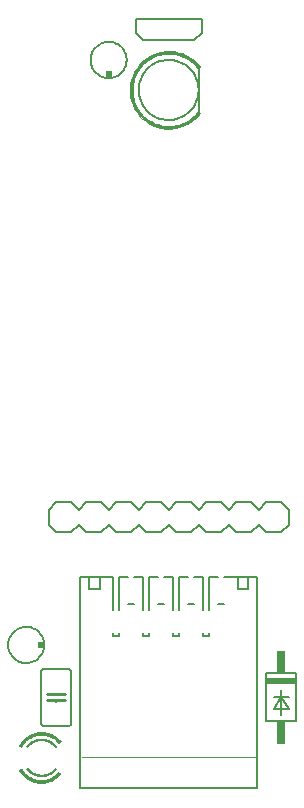
<source format=gto>
G75*
G70*
%OFA0B0*%
%FSLAX24Y24*%
%IPPOS*%
%LPD*%
%AMOC8*
5,1,8,0,0,1.08239X$1,22.5*
%
%ADD10C,0.0060*%
%ADD11C,0.0080*%
%ADD12C,0.0010*%
%ADD13R,0.1000X0.0200*%
%ADD14R,0.0300X0.0750*%
%ADD15C,0.0020*%
%ADD16R,0.0240X0.0230*%
%ADD17R,0.0230X0.0240*%
%ADD18C,0.0100*%
%ADD19C,0.0050*%
D10*
X002927Y006251D02*
X002927Y007951D01*
X002929Y007971D01*
X002935Y007989D01*
X002944Y008007D01*
X002956Y008022D01*
X002971Y008034D01*
X002989Y008043D01*
X003007Y008049D01*
X003027Y008051D01*
X003827Y008051D01*
X003847Y008049D01*
X003865Y008043D01*
X003883Y008034D01*
X003898Y008022D01*
X003910Y008007D01*
X003919Y007989D01*
X003925Y007971D01*
X003927Y007951D01*
X003927Y006251D01*
X003925Y006231D01*
X003919Y006213D01*
X003910Y006195D01*
X003898Y006180D01*
X003883Y006168D01*
X003865Y006159D01*
X003847Y006153D01*
X003827Y006151D01*
X003027Y006151D01*
X003007Y006153D01*
X002989Y006159D01*
X002971Y006168D01*
X002956Y006180D01*
X002944Y006195D01*
X002935Y006213D01*
X002929Y006231D01*
X002927Y006251D01*
X003427Y006951D02*
X003427Y007001D01*
X003427Y007201D02*
X003427Y007251D01*
X001827Y008851D02*
X001829Y008906D01*
X001837Y008960D01*
X001849Y009013D01*
X001866Y009065D01*
X001888Y009115D01*
X001914Y009163D01*
X001945Y009208D01*
X001979Y009250D01*
X002017Y009290D01*
X002059Y009325D01*
X002104Y009356D01*
X002151Y009384D01*
X002201Y009407D01*
X002252Y009425D01*
X002305Y009438D01*
X002359Y009447D01*
X002413Y009451D01*
X002468Y009450D01*
X002522Y009443D01*
X002576Y009432D01*
X002628Y009416D01*
X002679Y009396D01*
X002727Y009371D01*
X002773Y009341D01*
X002816Y009308D01*
X002856Y009270D01*
X002892Y009230D01*
X002925Y009186D01*
X002953Y009139D01*
X002977Y009090D01*
X002997Y009039D01*
X003012Y008986D01*
X003021Y008933D01*
X003026Y008878D01*
X003026Y008824D01*
X003021Y008769D01*
X003012Y008716D01*
X002997Y008663D01*
X002977Y008612D01*
X002953Y008563D01*
X002925Y008516D01*
X002892Y008472D01*
X002856Y008432D01*
X002816Y008394D01*
X002773Y008361D01*
X002727Y008331D01*
X002679Y008306D01*
X002628Y008286D01*
X002576Y008270D01*
X002522Y008259D01*
X002468Y008252D01*
X002413Y008251D01*
X002359Y008255D01*
X002305Y008264D01*
X002252Y008277D01*
X002201Y008295D01*
X002151Y008318D01*
X002104Y008346D01*
X002059Y008377D01*
X002017Y008412D01*
X001979Y008452D01*
X001945Y008494D01*
X001914Y008539D01*
X001888Y008587D01*
X001866Y008637D01*
X001849Y008689D01*
X001837Y008742D01*
X001829Y008796D01*
X001827Y008851D01*
X006177Y027351D02*
X006181Y027442D01*
X006194Y027532D01*
X006214Y027621D01*
X006243Y027707D01*
X006279Y027791D01*
X006323Y027871D01*
X006373Y027946D01*
X006431Y028017D01*
X006494Y028082D01*
X006564Y028141D01*
X006638Y028193D01*
X006717Y028239D01*
X006800Y028277D01*
X006885Y028308D01*
X006974Y028330D01*
X007063Y028345D01*
X007154Y028351D01*
X007245Y028349D01*
X007336Y028338D01*
X007425Y028320D01*
X007512Y028293D01*
X007596Y028259D01*
X007677Y028217D01*
X007754Y028168D01*
X007826Y028112D01*
X007892Y028050D01*
X007953Y027982D01*
X008007Y027909D01*
X008054Y027831D01*
X008094Y027749D01*
X008127Y027664D01*
X008151Y027577D01*
X008168Y027487D01*
X008176Y027397D01*
X008176Y027305D01*
X008168Y027215D01*
X008151Y027125D01*
X008127Y027038D01*
X008094Y026953D01*
X008054Y026871D01*
X008007Y026793D01*
X007953Y026720D01*
X007892Y026652D01*
X007826Y026590D01*
X007754Y026534D01*
X007677Y026485D01*
X007596Y026443D01*
X007512Y026409D01*
X007425Y026382D01*
X007336Y026364D01*
X007245Y026353D01*
X007154Y026351D01*
X007063Y026357D01*
X006974Y026372D01*
X006885Y026394D01*
X006800Y026425D01*
X006717Y026463D01*
X006638Y026509D01*
X006564Y026561D01*
X006494Y026620D01*
X006431Y026685D01*
X006373Y026756D01*
X006323Y026831D01*
X006279Y026911D01*
X006243Y026995D01*
X006214Y027081D01*
X006194Y027170D01*
X006181Y027260D01*
X006177Y027351D01*
X004577Y028351D02*
X004579Y028406D01*
X004587Y028460D01*
X004599Y028513D01*
X004616Y028565D01*
X004638Y028615D01*
X004664Y028663D01*
X004695Y028708D01*
X004729Y028750D01*
X004767Y028790D01*
X004809Y028825D01*
X004854Y028856D01*
X004901Y028884D01*
X004951Y028907D01*
X005002Y028925D01*
X005055Y028938D01*
X005109Y028947D01*
X005163Y028951D01*
X005218Y028950D01*
X005272Y028943D01*
X005326Y028932D01*
X005378Y028916D01*
X005429Y028896D01*
X005477Y028871D01*
X005523Y028841D01*
X005566Y028808D01*
X005606Y028770D01*
X005642Y028730D01*
X005675Y028686D01*
X005703Y028639D01*
X005727Y028590D01*
X005747Y028539D01*
X005762Y028486D01*
X005771Y028433D01*
X005776Y028378D01*
X005776Y028324D01*
X005771Y028269D01*
X005762Y028216D01*
X005747Y028163D01*
X005727Y028112D01*
X005703Y028063D01*
X005675Y028016D01*
X005642Y027972D01*
X005606Y027932D01*
X005566Y027894D01*
X005523Y027861D01*
X005477Y027831D01*
X005429Y027806D01*
X005378Y027786D01*
X005326Y027770D01*
X005272Y027759D01*
X005218Y027752D01*
X005163Y027751D01*
X005109Y027755D01*
X005055Y027764D01*
X005002Y027777D01*
X004951Y027795D01*
X004901Y027818D01*
X004854Y027846D01*
X004809Y027877D01*
X004767Y027912D01*
X004729Y027952D01*
X004695Y027994D01*
X004664Y028039D01*
X004638Y028087D01*
X004616Y028137D01*
X004599Y028189D01*
X004587Y028242D01*
X004579Y028296D01*
X004577Y028351D01*
X010427Y007901D02*
X011427Y007901D01*
X011427Y006301D01*
X010427Y006301D01*
X010427Y007901D01*
X010677Y007101D02*
X010927Y007101D01*
X011177Y007101D01*
X010927Y007101D02*
X011177Y006701D01*
X010677Y006701D01*
X010927Y007101D01*
X010927Y006501D01*
X010927Y007101D02*
X010927Y007351D01*
D11*
X009827Y010701D02*
X009477Y010701D01*
X009477Y011101D01*
X009827Y011101D02*
X009827Y010701D01*
X010136Y011105D02*
X010136Y004097D01*
X004218Y004097D01*
X004218Y011105D01*
X005327Y011105D01*
X005327Y011101D02*
X005327Y010001D01*
X005527Y010001D02*
X005527Y011105D01*
X005527Y011101D02*
X005827Y011101D01*
X006027Y011101D02*
X006327Y011101D01*
X006327Y010001D01*
X006527Y010001D02*
X006527Y011105D01*
X006527Y011101D02*
X006827Y011101D01*
X007027Y011101D02*
X007327Y011101D01*
X007327Y010001D01*
X007527Y010001D02*
X007527Y011101D01*
X007827Y011101D01*
X008027Y011101D02*
X008327Y011101D01*
X008327Y010001D01*
X008527Y010001D02*
X008527Y011105D01*
X008527Y011101D02*
X008827Y011101D01*
X009027Y011105D02*
X010136Y011105D01*
X009927Y012601D02*
X009427Y012601D01*
X009177Y012851D01*
X008927Y012601D01*
X008427Y012601D01*
X008177Y012851D01*
X007927Y012601D01*
X007427Y012601D01*
X007177Y012851D01*
X006927Y012601D01*
X006427Y012601D01*
X006177Y012851D01*
X005927Y012601D01*
X005427Y012601D01*
X005177Y012851D01*
X004927Y012601D01*
X004427Y012601D01*
X004177Y012851D01*
X003927Y012601D01*
X003427Y012601D01*
X003177Y012851D01*
X003177Y013351D01*
X003427Y013601D01*
X003927Y013601D01*
X004177Y013351D01*
X004427Y013601D01*
X004927Y013601D01*
X005177Y013351D01*
X005427Y013601D01*
X005927Y013601D01*
X006177Y013351D01*
X006427Y013601D01*
X006927Y013601D01*
X007177Y013351D01*
X007427Y013601D01*
X007927Y013601D01*
X008177Y013351D01*
X008427Y013601D01*
X008927Y013601D01*
X009177Y013351D01*
X009427Y013601D01*
X009927Y013601D01*
X010177Y013351D01*
X010427Y013601D01*
X010927Y013601D01*
X011177Y013351D01*
X011177Y012851D01*
X010927Y012601D01*
X010427Y012601D01*
X010177Y012851D01*
X009927Y012601D01*
X009027Y010201D02*
X008827Y010201D01*
X008527Y009251D02*
X008527Y009151D01*
X008327Y009151D01*
X008327Y009251D01*
X008027Y010201D02*
X007827Y010201D01*
X007527Y011101D02*
X007527Y011105D01*
X007027Y010201D02*
X006827Y010201D01*
X006527Y009251D02*
X006527Y009151D01*
X006327Y009151D01*
X006327Y009251D01*
X006027Y010201D02*
X005827Y010201D01*
X005527Y009251D02*
X005527Y009151D01*
X005327Y009151D01*
X005327Y009251D01*
X004877Y010701D02*
X004877Y011101D01*
X004877Y010701D02*
X004527Y010701D01*
X004527Y011101D01*
X007327Y009251D02*
X007327Y009151D01*
X007527Y009151D01*
X007527Y009251D01*
X008177Y026601D02*
X008177Y028101D01*
D12*
X002196Y004678D02*
X002274Y004723D01*
X002274Y004722D02*
X002302Y004678D01*
X002333Y004636D01*
X002366Y004596D01*
X002402Y004558D01*
X002441Y004523D01*
X002482Y004491D01*
X002526Y004461D01*
X002571Y004435D01*
X002618Y004412D01*
X002666Y004392D01*
X002716Y004376D01*
X002766Y004363D01*
X002818Y004354D01*
X002870Y004348D01*
X002922Y004346D01*
X002923Y004257D01*
X002922Y004256D01*
X002867Y004258D01*
X002813Y004264D01*
X002758Y004273D01*
X002705Y004286D01*
X002653Y004302D01*
X002601Y004321D01*
X002551Y004344D01*
X002503Y004370D01*
X002456Y004399D01*
X002412Y004431D01*
X002369Y004466D01*
X002329Y004504D01*
X002292Y004544D01*
X002257Y004586D01*
X002225Y004631D01*
X002196Y004677D01*
X002204Y004682D01*
X002234Y004633D01*
X002269Y004586D01*
X002306Y004542D01*
X002346Y004500D01*
X002389Y004461D01*
X002435Y004425D01*
X002483Y004393D01*
X002533Y004364D01*
X002585Y004338D01*
X002638Y004316D01*
X002693Y004298D01*
X002750Y004284D01*
X002807Y004274D01*
X002864Y004267D01*
X002922Y004265D01*
X002922Y004274D01*
X002865Y004276D01*
X002808Y004283D01*
X002751Y004293D01*
X002696Y004307D01*
X002641Y004325D01*
X002588Y004346D01*
X002537Y004372D01*
X002487Y004401D01*
X002440Y004433D01*
X002395Y004468D01*
X002352Y004506D01*
X002312Y004548D01*
X002276Y004591D01*
X002242Y004638D01*
X002211Y004686D01*
X002219Y004691D01*
X002249Y004643D01*
X002283Y004597D01*
X002319Y004554D01*
X002359Y004513D01*
X002401Y004475D01*
X002445Y004440D01*
X002492Y004408D01*
X002541Y004380D01*
X002592Y004355D01*
X002645Y004333D01*
X002698Y004316D01*
X002753Y004302D01*
X002809Y004292D01*
X002865Y004285D01*
X002922Y004283D01*
X002922Y004292D01*
X002866Y004294D01*
X002810Y004300D01*
X002755Y004310D01*
X002701Y004324D01*
X002648Y004342D01*
X002596Y004363D01*
X002545Y004388D01*
X002497Y004416D01*
X002451Y004447D01*
X002406Y004482D01*
X002365Y004519D01*
X002326Y004560D01*
X002290Y004602D01*
X002257Y004648D01*
X002227Y004695D01*
X002235Y004700D01*
X002264Y004653D01*
X002297Y004608D01*
X002333Y004566D01*
X002371Y004526D01*
X002412Y004489D01*
X002456Y004454D01*
X002502Y004423D01*
X002550Y004396D01*
X002599Y004371D01*
X002651Y004350D01*
X002703Y004333D01*
X002757Y004319D01*
X002812Y004309D01*
X002867Y004303D01*
X002922Y004301D01*
X002922Y004310D01*
X002867Y004312D01*
X002813Y004318D01*
X002759Y004328D01*
X002706Y004342D01*
X002654Y004359D01*
X002603Y004379D01*
X002554Y004404D01*
X002507Y004431D01*
X002461Y004462D01*
X002418Y004495D01*
X002377Y004532D01*
X002339Y004572D01*
X002304Y004614D01*
X002272Y004658D01*
X002243Y004704D01*
X002251Y004709D01*
X002279Y004663D01*
X002311Y004619D01*
X002346Y004578D01*
X002384Y004539D01*
X002424Y004502D01*
X002466Y004469D01*
X002511Y004439D01*
X002558Y004411D01*
X002607Y004388D01*
X002657Y004367D01*
X002708Y004350D01*
X002761Y004337D01*
X002814Y004327D01*
X002868Y004321D01*
X002922Y004319D01*
X002922Y004328D01*
X002869Y004330D01*
X002815Y004336D01*
X002763Y004346D01*
X002711Y004359D01*
X002660Y004376D01*
X002610Y004396D01*
X002562Y004419D01*
X002516Y004446D01*
X002472Y004476D01*
X002430Y004509D01*
X002390Y004545D01*
X002353Y004584D01*
X002318Y004625D01*
X002287Y004668D01*
X002258Y004713D01*
X002266Y004718D01*
X002294Y004673D01*
X002325Y004630D01*
X002359Y004590D01*
X002396Y004552D01*
X002435Y004516D01*
X002477Y004484D01*
X002521Y004454D01*
X002567Y004427D01*
X002614Y004404D01*
X002663Y004384D01*
X002713Y004367D01*
X002765Y004354D01*
X002817Y004345D01*
X002869Y004339D01*
X002922Y004337D01*
X002931Y004257D02*
X002931Y004347D01*
X002932Y004346D02*
X002986Y004348D01*
X003039Y004354D01*
X003092Y004364D01*
X003144Y004378D01*
X003195Y004395D01*
X003245Y004416D01*
X003293Y004440D01*
X003339Y004468D01*
X003383Y004499D01*
X003424Y004533D01*
X003464Y004570D01*
X003500Y004609D01*
X003568Y004552D01*
X003569Y004551D01*
X003531Y004510D01*
X003491Y004472D01*
X003448Y004436D01*
X003403Y004403D01*
X003356Y004373D01*
X003308Y004347D01*
X003257Y004323D01*
X003205Y004303D01*
X003152Y004287D01*
X003098Y004273D01*
X003043Y004264D01*
X002988Y004258D01*
X002932Y004256D01*
X002932Y004265D01*
X002987Y004267D01*
X003042Y004273D01*
X003096Y004282D01*
X003150Y004295D01*
X003202Y004312D01*
X003254Y004331D01*
X003304Y004355D01*
X003352Y004381D01*
X003398Y004411D01*
X003443Y004443D01*
X003485Y004478D01*
X003525Y004517D01*
X003562Y004557D01*
X003555Y004563D01*
X003518Y004523D01*
X003479Y004485D01*
X003437Y004450D01*
X003393Y004418D01*
X003347Y004389D01*
X003299Y004363D01*
X003250Y004340D01*
X003199Y004320D01*
X003147Y004304D01*
X003094Y004291D01*
X003041Y004282D01*
X002986Y004276D01*
X002932Y004274D01*
X002932Y004283D01*
X002986Y004285D01*
X003039Y004291D01*
X003092Y004300D01*
X003145Y004313D01*
X003196Y004329D01*
X003247Y004348D01*
X003295Y004371D01*
X003343Y004396D01*
X003388Y004425D01*
X003432Y004457D01*
X003473Y004492D01*
X003512Y004529D01*
X003548Y004569D01*
X003541Y004575D01*
X003505Y004535D01*
X003467Y004498D01*
X003426Y004464D01*
X003383Y004433D01*
X003338Y004404D01*
X003291Y004379D01*
X003243Y004356D01*
X003193Y004337D01*
X003142Y004321D01*
X003091Y004309D01*
X003038Y004300D01*
X002985Y004294D01*
X002932Y004292D01*
X002932Y004301D01*
X002989Y004303D01*
X003046Y004310D01*
X003102Y004320D01*
X003157Y004335D01*
X003211Y004353D01*
X003264Y004375D01*
X003314Y004401D01*
X003363Y004430D01*
X003410Y004463D01*
X003454Y004499D01*
X003496Y004538D01*
X003534Y004580D01*
X003528Y004586D01*
X003489Y004545D01*
X003448Y004506D01*
X003405Y004470D01*
X003358Y004438D01*
X003310Y004409D01*
X003260Y004383D01*
X003208Y004362D01*
X003154Y004343D01*
X003100Y004329D01*
X003044Y004319D01*
X002988Y004312D01*
X002932Y004310D01*
X002932Y004319D01*
X002988Y004321D01*
X003043Y004328D01*
X003098Y004338D01*
X003152Y004352D01*
X003205Y004370D01*
X003256Y004392D01*
X003306Y004417D01*
X003354Y004446D01*
X003399Y004478D01*
X003442Y004513D01*
X003483Y004551D01*
X003521Y004592D01*
X003514Y004598D01*
X003477Y004557D01*
X003436Y004520D01*
X003394Y004485D01*
X003349Y004453D01*
X003301Y004425D01*
X003252Y004400D01*
X003201Y004378D01*
X003149Y004361D01*
X003096Y004347D01*
X003042Y004337D01*
X002987Y004330D01*
X002932Y004328D01*
X002932Y004337D01*
X002986Y004339D01*
X003041Y004345D01*
X003094Y004355D01*
X003147Y004369D01*
X003198Y004387D01*
X003248Y004408D01*
X003297Y004433D01*
X003344Y004461D01*
X003388Y004492D01*
X003430Y004526D01*
X003470Y004564D01*
X003507Y004604D01*
X002922Y005945D02*
X002922Y005855D01*
X002922Y005856D02*
X002868Y005854D01*
X002815Y005848D01*
X002762Y005838D01*
X002710Y005824D01*
X002659Y005807D01*
X002610Y005786D01*
X002562Y005762D01*
X002516Y005734D01*
X002472Y005703D01*
X002430Y005669D01*
X002391Y005633D01*
X002354Y005593D01*
X002321Y005551D01*
X002290Y005507D01*
X002263Y005461D01*
X002184Y005503D01*
X002212Y005552D01*
X002244Y005598D01*
X002279Y005643D01*
X002316Y005685D01*
X002357Y005724D01*
X002400Y005761D01*
X002445Y005795D01*
X002492Y005826D01*
X002542Y005853D01*
X002593Y005877D01*
X002645Y005898D01*
X002699Y005915D01*
X002754Y005928D01*
X002809Y005938D01*
X002866Y005944D01*
X002922Y005946D01*
X002922Y005937D01*
X002866Y005935D01*
X002811Y005929D01*
X002756Y005919D01*
X002701Y005906D01*
X002648Y005889D01*
X002596Y005869D01*
X002546Y005845D01*
X002497Y005818D01*
X002450Y005788D01*
X002405Y005754D01*
X002363Y005718D01*
X002323Y005679D01*
X002286Y005637D01*
X002251Y005593D01*
X002220Y005547D01*
X002192Y005499D01*
X002200Y005495D01*
X002228Y005542D01*
X002259Y005588D01*
X002293Y005631D01*
X002329Y005673D01*
X002369Y005711D01*
X002411Y005747D01*
X002455Y005780D01*
X002501Y005810D01*
X002550Y005837D01*
X002600Y005860D01*
X002651Y005881D01*
X002704Y005897D01*
X002757Y005910D01*
X002812Y005920D01*
X002867Y005926D01*
X002922Y005928D01*
X002922Y005919D01*
X002867Y005917D01*
X002813Y005911D01*
X002759Y005902D01*
X002706Y005889D01*
X002654Y005872D01*
X002603Y005852D01*
X002554Y005829D01*
X002506Y005802D01*
X002460Y005773D01*
X002416Y005740D01*
X002375Y005705D01*
X002336Y005666D01*
X002299Y005626D01*
X002266Y005583D01*
X002235Y005537D01*
X002208Y005490D01*
X002216Y005486D01*
X002243Y005533D01*
X002273Y005577D01*
X002306Y005620D01*
X002342Y005660D01*
X002381Y005698D01*
X002422Y005733D01*
X002465Y005765D01*
X002511Y005795D01*
X002558Y005821D01*
X002607Y005844D01*
X002657Y005864D01*
X002709Y005880D01*
X002761Y005893D01*
X002814Y005902D01*
X002868Y005908D01*
X002922Y005910D01*
X002922Y005901D01*
X002865Y005899D01*
X002808Y005892D01*
X002752Y005882D01*
X002697Y005867D01*
X002643Y005849D01*
X002591Y005827D01*
X002540Y005801D01*
X002491Y005772D01*
X002445Y005739D01*
X002400Y005703D01*
X002359Y005664D01*
X002320Y005622D01*
X002285Y005578D01*
X002252Y005531D01*
X002223Y005482D01*
X002231Y005478D01*
X002260Y005526D01*
X002292Y005573D01*
X002327Y005617D01*
X002365Y005658D01*
X002406Y005696D01*
X002450Y005732D01*
X002496Y005764D01*
X002544Y005793D01*
X002595Y005819D01*
X002647Y005841D01*
X002700Y005859D01*
X002754Y005873D01*
X002810Y005883D01*
X002866Y005890D01*
X002922Y005892D01*
X002922Y005883D01*
X002866Y005881D01*
X002811Y005874D01*
X002756Y005864D01*
X002702Y005850D01*
X002650Y005832D01*
X002598Y005811D01*
X002549Y005785D01*
X002501Y005757D01*
X002455Y005725D01*
X002412Y005690D01*
X002372Y005652D01*
X002334Y005611D01*
X002299Y005567D01*
X002268Y005521D01*
X002239Y005473D01*
X002247Y005469D01*
X002275Y005517D01*
X002306Y005562D01*
X002341Y005605D01*
X002378Y005645D01*
X002418Y005683D01*
X002461Y005718D01*
X002506Y005749D01*
X002553Y005778D01*
X002602Y005802D01*
X002653Y005824D01*
X002705Y005841D01*
X002758Y005855D01*
X002812Y005865D01*
X002867Y005872D01*
X002922Y005874D01*
X002922Y005865D01*
X002868Y005863D01*
X002814Y005857D01*
X002760Y005847D01*
X002708Y005833D01*
X002656Y005815D01*
X002606Y005794D01*
X002557Y005770D01*
X002511Y005742D01*
X002466Y005710D01*
X002424Y005676D01*
X002385Y005639D01*
X002348Y005599D01*
X002314Y005557D01*
X002283Y005512D01*
X002255Y005465D01*
X003572Y005645D02*
X003503Y005588D01*
X003504Y005588D02*
X003467Y005628D01*
X003428Y005666D01*
X003386Y005700D01*
X003342Y005732D01*
X003296Y005760D01*
X003247Y005785D01*
X003197Y005806D01*
X003146Y005824D01*
X003093Y005837D01*
X003040Y005847D01*
X002986Y005854D01*
X002932Y005856D01*
X002931Y005945D01*
X002932Y005946D01*
X002988Y005944D01*
X003044Y005938D01*
X003099Y005928D01*
X003154Y005915D01*
X003207Y005898D01*
X003260Y005878D01*
X003311Y005854D01*
X003360Y005827D01*
X003407Y005796D01*
X003452Y005763D01*
X003495Y005727D01*
X003535Y005688D01*
X003573Y005646D01*
X003566Y005640D01*
X003529Y005681D01*
X003489Y005720D01*
X003447Y005756D01*
X003402Y005789D01*
X003355Y005819D01*
X003307Y005846D01*
X003256Y005869D01*
X003204Y005890D01*
X003151Y005906D01*
X003097Y005919D01*
X003043Y005929D01*
X002988Y005935D01*
X002932Y005937D01*
X002932Y005928D01*
X002987Y005926D01*
X003042Y005920D01*
X003096Y005911D01*
X003149Y005898D01*
X003201Y005881D01*
X003253Y005861D01*
X003302Y005838D01*
X003351Y005811D01*
X003397Y005782D01*
X003441Y005749D01*
X003483Y005713D01*
X003522Y005675D01*
X003559Y005634D01*
X003552Y005629D01*
X003516Y005669D01*
X003477Y005707D01*
X003435Y005742D01*
X003392Y005774D01*
X003346Y005804D01*
X003298Y005830D01*
X003249Y005853D01*
X003199Y005873D01*
X003147Y005889D01*
X003094Y005902D01*
X003040Y005911D01*
X002986Y005917D01*
X002932Y005919D01*
X002932Y005910D01*
X002986Y005908D01*
X003039Y005902D01*
X003092Y005893D01*
X003144Y005880D01*
X003196Y005864D01*
X003246Y005845D01*
X003294Y005822D01*
X003341Y005796D01*
X003387Y005767D01*
X003430Y005735D01*
X003471Y005700D01*
X003509Y005663D01*
X003545Y005623D01*
X003538Y005617D01*
X003503Y005656D01*
X003465Y005693D01*
X003424Y005728D01*
X003381Y005759D01*
X003337Y005788D01*
X003290Y005814D01*
X003242Y005836D01*
X003193Y005856D01*
X003142Y005872D01*
X003090Y005884D01*
X003038Y005893D01*
X002985Y005899D01*
X002932Y005901D01*
X002932Y005892D01*
X002984Y005890D01*
X003037Y005884D01*
X003088Y005875D01*
X003139Y005863D01*
X003190Y005847D01*
X003239Y005828D01*
X003286Y005806D01*
X003332Y005780D01*
X003376Y005752D01*
X003418Y005721D01*
X003459Y005687D01*
X003496Y005650D01*
X003531Y005611D01*
X003525Y005605D01*
X003487Y005647D01*
X003446Y005686D01*
X003403Y005722D01*
X003357Y005754D01*
X003309Y005784D01*
X003259Y005809D01*
X003207Y005831D01*
X003154Y005849D01*
X003099Y005864D01*
X003044Y005874D01*
X002988Y005881D01*
X002932Y005883D01*
X002932Y005874D01*
X002988Y005872D01*
X003043Y005865D01*
X003097Y005855D01*
X003151Y005841D01*
X003204Y005823D01*
X003255Y005801D01*
X003304Y005776D01*
X003352Y005747D01*
X003397Y005715D01*
X003440Y005679D01*
X003480Y005641D01*
X003518Y005600D01*
X003511Y005594D01*
X003474Y005635D01*
X003434Y005673D01*
X003392Y005707D01*
X003347Y005739D01*
X003300Y005768D01*
X003251Y005793D01*
X003200Y005814D01*
X003149Y005832D01*
X003095Y005846D01*
X003041Y005856D01*
X002987Y005863D01*
X002932Y005865D01*
X002437Y004714D02*
X002477Y004745D01*
X002476Y004744D02*
X002507Y004709D01*
X002540Y004676D01*
X002575Y004646D01*
X002614Y004619D01*
X002654Y004595D01*
X002696Y004575D01*
X002739Y004558D01*
X002784Y004544D01*
X002829Y004534D01*
X002875Y004528D01*
X002922Y004526D01*
X002923Y004477D01*
X002922Y004476D01*
X002876Y004478D01*
X002829Y004484D01*
X002784Y004493D01*
X002739Y004505D01*
X002695Y004521D01*
X002652Y004540D01*
X002611Y004562D01*
X002572Y004587D01*
X002535Y004614D01*
X002500Y004645D01*
X002467Y004678D01*
X002437Y004713D01*
X002444Y004719D01*
X002476Y004681D01*
X002512Y004646D01*
X002550Y004614D01*
X002591Y004585D01*
X002634Y004559D01*
X002679Y004537D01*
X002726Y004519D01*
X002774Y004504D01*
X002822Y004494D01*
X002872Y004487D01*
X002922Y004485D01*
X002922Y004494D01*
X002873Y004496D01*
X002824Y004503D01*
X002776Y004513D01*
X002729Y004527D01*
X002683Y004545D01*
X002638Y004567D01*
X002596Y004592D01*
X002556Y004621D01*
X002518Y004652D01*
X002483Y004687D01*
X002451Y004724D01*
X002458Y004730D01*
X002490Y004693D01*
X002524Y004659D01*
X002561Y004628D01*
X002601Y004600D01*
X002643Y004575D01*
X002686Y004554D01*
X002731Y004536D01*
X002778Y004522D01*
X002825Y004512D01*
X002874Y004505D01*
X002922Y004503D01*
X002922Y004512D01*
X002874Y004514D01*
X002827Y004521D01*
X002780Y004531D01*
X002734Y004544D01*
X002690Y004562D01*
X002647Y004583D01*
X002606Y004607D01*
X002567Y004635D01*
X002530Y004666D01*
X002496Y004699D01*
X002465Y004735D01*
X002472Y004741D01*
X002503Y004705D01*
X002536Y004672D01*
X002572Y004642D01*
X002611Y004615D01*
X002651Y004591D01*
X002694Y004570D01*
X002737Y004553D01*
X002782Y004539D01*
X002828Y004529D01*
X002875Y004523D01*
X002922Y004521D01*
X002931Y004477D02*
X002931Y004527D01*
X002932Y004526D02*
X002979Y004528D01*
X003025Y004534D01*
X003070Y004544D01*
X003115Y004558D01*
X003158Y004575D01*
X003200Y004595D01*
X003240Y004619D01*
X003279Y004646D01*
X003314Y004676D01*
X003347Y004709D01*
X003378Y004744D01*
X003417Y004714D01*
X003417Y004713D01*
X003387Y004678D01*
X003354Y004645D01*
X003319Y004614D01*
X003282Y004587D01*
X003243Y004562D01*
X003202Y004540D01*
X003159Y004521D01*
X003115Y004505D01*
X003070Y004493D01*
X003025Y004484D01*
X002978Y004478D01*
X002932Y004476D01*
X002932Y004485D01*
X002982Y004487D01*
X003032Y004494D01*
X003080Y004504D01*
X003128Y004519D01*
X003175Y004537D01*
X003220Y004559D01*
X003263Y004585D01*
X003304Y004614D01*
X003342Y004646D01*
X003378Y004681D01*
X003410Y004719D01*
X003403Y004724D01*
X003371Y004687D01*
X003336Y004652D01*
X003298Y004621D01*
X003258Y004592D01*
X003216Y004567D01*
X003171Y004545D01*
X003125Y004527D01*
X003078Y004513D01*
X003030Y004503D01*
X002981Y004496D01*
X002932Y004494D01*
X002932Y004503D01*
X002980Y004505D01*
X003029Y004512D01*
X003076Y004522D01*
X003123Y004536D01*
X003168Y004554D01*
X003211Y004575D01*
X003253Y004600D01*
X003293Y004628D01*
X003330Y004659D01*
X003364Y004693D01*
X003396Y004730D01*
X003389Y004735D01*
X003358Y004699D01*
X003324Y004666D01*
X003287Y004635D01*
X003248Y004607D01*
X003207Y004583D01*
X003164Y004562D01*
X003120Y004544D01*
X003074Y004531D01*
X003027Y004521D01*
X002980Y004514D01*
X002932Y004512D01*
X002932Y004521D01*
X002979Y004523D01*
X003026Y004529D01*
X003072Y004539D01*
X003117Y004553D01*
X003160Y004570D01*
X003203Y004591D01*
X003243Y004615D01*
X003282Y004642D01*
X003318Y004672D01*
X003351Y004705D01*
X003382Y004741D01*
X002923Y005725D02*
X002923Y005675D01*
X002922Y005676D02*
X002875Y005674D01*
X002827Y005667D01*
X002781Y005657D01*
X002735Y005643D01*
X002691Y005625D01*
X002649Y005604D01*
X002608Y005580D01*
X002570Y005552D01*
X002534Y005520D01*
X002500Y005487D01*
X002470Y005450D01*
X002431Y005479D01*
X002430Y005480D01*
X002460Y005517D01*
X002493Y005551D01*
X002528Y005582D01*
X002566Y005611D01*
X002606Y005637D01*
X002647Y005660D01*
X002691Y005680D01*
X002735Y005696D01*
X002781Y005709D01*
X002827Y005718D01*
X002875Y005724D01*
X002922Y005726D01*
X002922Y005717D01*
X002875Y005715D01*
X002829Y005709D01*
X002783Y005700D01*
X002738Y005687D01*
X002694Y005671D01*
X002652Y005652D01*
X002611Y005629D01*
X002571Y005604D01*
X002534Y005576D01*
X002499Y005544D01*
X002467Y005511D01*
X002437Y005475D01*
X002444Y005469D01*
X002474Y005505D01*
X002506Y005538D01*
X002540Y005569D01*
X002577Y005597D01*
X002615Y005622D01*
X002656Y005644D01*
X002697Y005663D01*
X002741Y005679D01*
X002785Y005691D01*
X002830Y005700D01*
X002876Y005706D01*
X002922Y005708D01*
X002922Y005699D01*
X002877Y005697D01*
X002832Y005691D01*
X002787Y005682D01*
X002744Y005670D01*
X002701Y005655D01*
X002660Y005636D01*
X002620Y005614D01*
X002582Y005589D01*
X002546Y005562D01*
X002512Y005531D01*
X002480Y005499D01*
X002452Y005464D01*
X002459Y005458D01*
X002487Y005493D01*
X002518Y005525D01*
X002552Y005555D01*
X002587Y005582D01*
X002624Y005606D01*
X002664Y005628D01*
X002704Y005646D01*
X002746Y005662D01*
X002789Y005674D01*
X002833Y005682D01*
X002877Y005688D01*
X002922Y005690D01*
X002922Y005681D01*
X002874Y005679D01*
X002827Y005672D01*
X002780Y005662D01*
X002734Y005648D01*
X002689Y005630D01*
X002646Y005609D01*
X002605Y005584D01*
X002567Y005555D01*
X002530Y005524D01*
X002497Y005490D01*
X002466Y005453D01*
X003432Y005468D02*
X003391Y005439D01*
X003392Y005439D02*
X003364Y005474D01*
X003334Y005507D01*
X003301Y005538D01*
X003266Y005565D01*
X003229Y005590D01*
X003190Y005612D01*
X003150Y005631D01*
X003108Y005647D01*
X003065Y005659D01*
X003021Y005668D01*
X002977Y005674D01*
X002932Y005676D01*
X002931Y005725D01*
X002932Y005726D01*
X002981Y005724D01*
X003029Y005718D01*
X003077Y005708D01*
X003123Y005694D01*
X003169Y005677D01*
X003213Y005657D01*
X003255Y005633D01*
X003296Y005606D01*
X003334Y005575D01*
X003370Y005542D01*
X003403Y005507D01*
X003433Y005468D01*
X003425Y005463D01*
X003396Y005501D01*
X003363Y005536D01*
X003328Y005569D01*
X003290Y005598D01*
X003251Y005625D01*
X003209Y005649D01*
X003165Y005669D01*
X003121Y005686D01*
X003074Y005699D01*
X003027Y005709D01*
X002980Y005715D01*
X002932Y005717D01*
X002932Y005708D01*
X002979Y005706D01*
X003026Y005700D01*
X003072Y005690D01*
X003118Y005677D01*
X003162Y005661D01*
X003205Y005641D01*
X003246Y005617D01*
X003285Y005591D01*
X003322Y005562D01*
X003357Y005530D01*
X003389Y005495D01*
X003418Y005458D01*
X003411Y005453D01*
X003382Y005489D01*
X003350Y005523D01*
X003316Y005555D01*
X003280Y005584D01*
X003241Y005610D01*
X003201Y005633D01*
X003158Y005652D01*
X003115Y005669D01*
X003070Y005682D01*
X003025Y005691D01*
X002978Y005697D01*
X002932Y005699D01*
X002932Y005690D01*
X002978Y005688D01*
X003023Y005682D01*
X003068Y005673D01*
X003112Y005660D01*
X003155Y005644D01*
X003197Y005625D01*
X003236Y005602D01*
X003274Y005577D01*
X003310Y005548D01*
X003344Y005517D01*
X003375Y005483D01*
X003403Y005447D01*
X003396Y005442D01*
X003368Y005478D01*
X003338Y005511D01*
X003304Y005541D01*
X003269Y005569D01*
X003232Y005595D01*
X003192Y005617D01*
X003152Y005636D01*
X003109Y005652D01*
X003066Y005664D01*
X003022Y005673D01*
X002977Y005679D01*
X002932Y005681D01*
X008209Y028131D02*
X008137Y028077D01*
X008138Y028078D02*
X008083Y028146D01*
X008023Y028209D01*
X007959Y028268D01*
X007891Y028322D01*
X007819Y028371D01*
X007743Y028415D01*
X007665Y028453D01*
X007584Y028485D01*
X007501Y028512D01*
X007417Y028532D01*
X007331Y028546D01*
X007244Y028554D01*
X007157Y028556D01*
X007070Y028551D01*
X006984Y028540D01*
X006898Y028523D01*
X006814Y028500D01*
X006732Y028471D01*
X006653Y028436D01*
X006576Y028395D01*
X006502Y028349D01*
X006431Y028298D01*
X006365Y028241D01*
X006303Y028180D01*
X006245Y028115D01*
X006192Y028046D01*
X006145Y027973D01*
X006103Y027897D01*
X006066Y027818D01*
X006035Y027736D01*
X006010Y027653D01*
X005992Y027568D01*
X005979Y027481D01*
X005973Y027395D01*
X005973Y027307D01*
X005979Y027221D01*
X005992Y027134D01*
X006010Y027049D01*
X006035Y026966D01*
X006066Y026884D01*
X006103Y026805D01*
X006145Y026729D01*
X006192Y026656D01*
X006245Y026587D01*
X006303Y026522D01*
X006365Y026461D01*
X006431Y026404D01*
X006502Y026353D01*
X006576Y026307D01*
X006653Y026266D01*
X006732Y026231D01*
X006814Y026202D01*
X006898Y026179D01*
X006984Y026162D01*
X007070Y026151D01*
X007157Y026146D01*
X007244Y026148D01*
X007331Y026156D01*
X007417Y026170D01*
X007501Y026190D01*
X007584Y026217D01*
X007665Y026249D01*
X007743Y026287D01*
X007819Y026331D01*
X007891Y026380D01*
X007959Y026434D01*
X008023Y026493D01*
X008083Y026556D01*
X008138Y026624D01*
X008209Y026571D01*
X008210Y026570D01*
X008151Y026497D01*
X008087Y026429D01*
X008018Y026366D01*
X007944Y026308D01*
X007867Y026255D01*
X007786Y026208D01*
X007702Y026167D01*
X007615Y026132D01*
X007526Y026104D01*
X007435Y026082D01*
X007343Y026067D01*
X007249Y026058D01*
X007156Y026056D01*
X007062Y026061D01*
X006969Y026073D01*
X006878Y026091D01*
X006787Y026116D01*
X006699Y026147D01*
X006613Y026185D01*
X006531Y026229D01*
X006451Y026278D01*
X006376Y026334D01*
X006304Y026394D01*
X006238Y026460D01*
X006176Y026530D01*
X006119Y026604D01*
X006068Y026683D01*
X006022Y026765D01*
X005983Y026850D01*
X005950Y026937D01*
X005923Y027027D01*
X005903Y027118D01*
X005890Y027211D01*
X005883Y027304D01*
X005883Y027398D01*
X005890Y027491D01*
X005903Y027584D01*
X005923Y027675D01*
X005950Y027765D01*
X005983Y027852D01*
X006022Y027937D01*
X006068Y028019D01*
X006119Y028098D01*
X006176Y028172D01*
X006238Y028242D01*
X006304Y028308D01*
X006376Y028368D01*
X006451Y028424D01*
X006531Y028473D01*
X006613Y028517D01*
X006699Y028555D01*
X006787Y028586D01*
X006878Y028611D01*
X006969Y028629D01*
X007062Y028641D01*
X007156Y028646D01*
X007249Y028644D01*
X007343Y028635D01*
X007435Y028620D01*
X007526Y028598D01*
X007615Y028570D01*
X007702Y028535D01*
X007786Y028494D01*
X007867Y028447D01*
X007944Y028394D01*
X008018Y028336D01*
X008087Y028273D01*
X008151Y028205D01*
X008210Y028132D01*
X008203Y028127D01*
X008144Y028199D01*
X008080Y028266D01*
X008012Y028329D01*
X007939Y028387D01*
X007862Y028439D01*
X007782Y028486D01*
X007698Y028527D01*
X007612Y028561D01*
X007523Y028589D01*
X007433Y028611D01*
X007341Y028626D01*
X007249Y028635D01*
X007156Y028637D01*
X007063Y028632D01*
X006971Y028620D01*
X006880Y028602D01*
X006790Y028577D01*
X006702Y028546D01*
X006617Y028509D01*
X006535Y028465D01*
X006456Y028416D01*
X006381Y028361D01*
X006310Y028301D01*
X006244Y028236D01*
X006183Y028166D01*
X006126Y028092D01*
X006075Y028015D01*
X006030Y027933D01*
X005991Y027849D01*
X005958Y027762D01*
X005932Y027673D01*
X005912Y027582D01*
X005899Y027490D01*
X005892Y027397D01*
X005892Y027305D01*
X005899Y027212D01*
X005912Y027120D01*
X005932Y027029D01*
X005958Y026940D01*
X005991Y026853D01*
X006030Y026769D01*
X006075Y026687D01*
X006126Y026610D01*
X006183Y026536D01*
X006244Y026466D01*
X006310Y026401D01*
X006381Y026341D01*
X006456Y026286D01*
X006535Y026237D01*
X006617Y026193D01*
X006702Y026156D01*
X006790Y026125D01*
X006880Y026100D01*
X006971Y026082D01*
X007063Y026070D01*
X007156Y026065D01*
X007249Y026067D01*
X007341Y026076D01*
X007433Y026091D01*
X007523Y026113D01*
X007612Y026141D01*
X007698Y026175D01*
X007782Y026216D01*
X007862Y026263D01*
X007939Y026315D01*
X008012Y026373D01*
X008080Y026436D01*
X008144Y026503D01*
X008203Y026575D01*
X008196Y026581D01*
X008137Y026509D01*
X008074Y026442D01*
X008006Y026380D01*
X007934Y026322D01*
X007857Y026270D01*
X007778Y026224D01*
X007695Y026184D01*
X007609Y026149D01*
X007521Y026121D01*
X007431Y026100D01*
X007340Y026084D01*
X007248Y026076D01*
X007156Y026074D01*
X007064Y026079D01*
X006972Y026091D01*
X006882Y026109D01*
X006793Y026133D01*
X006706Y026164D01*
X006621Y026201D01*
X006540Y026244D01*
X006461Y026293D01*
X006387Y026348D01*
X006316Y026407D01*
X006251Y026472D01*
X006190Y026541D01*
X006134Y026615D01*
X006083Y026692D01*
X006038Y026773D01*
X006000Y026857D01*
X005967Y026943D01*
X005941Y027031D01*
X005921Y027121D01*
X005908Y027213D01*
X005901Y027305D01*
X005901Y027397D01*
X005908Y027489D01*
X005921Y027581D01*
X005941Y027671D01*
X005967Y027759D01*
X006000Y027845D01*
X006038Y027929D01*
X006083Y028010D01*
X006134Y028087D01*
X006190Y028161D01*
X006251Y028230D01*
X006316Y028295D01*
X006387Y028354D01*
X006461Y028409D01*
X006540Y028458D01*
X006621Y028501D01*
X006706Y028538D01*
X006793Y028569D01*
X006882Y028593D01*
X006972Y028611D01*
X007064Y028623D01*
X007156Y028628D01*
X007248Y028626D01*
X007340Y028618D01*
X007431Y028602D01*
X007521Y028581D01*
X007609Y028553D01*
X007695Y028518D01*
X007778Y028478D01*
X007857Y028432D01*
X007934Y028380D01*
X008006Y028322D01*
X008074Y028260D01*
X008137Y028193D01*
X008196Y028121D01*
X008188Y028116D01*
X008131Y028187D01*
X008068Y028254D01*
X008000Y028316D01*
X007928Y028372D01*
X007853Y028424D01*
X007773Y028470D01*
X007691Y028510D01*
X007606Y028544D01*
X007519Y028572D01*
X007429Y028594D01*
X007339Y028609D01*
X007248Y028617D01*
X007156Y028619D01*
X007065Y028614D01*
X006974Y028603D01*
X006884Y028585D01*
X006795Y028560D01*
X006709Y028530D01*
X006625Y028493D01*
X006544Y028450D01*
X006466Y028401D01*
X006392Y028347D01*
X006323Y028288D01*
X006257Y028224D01*
X006196Y028155D01*
X006141Y028082D01*
X006091Y028005D01*
X006046Y027925D01*
X006008Y027842D01*
X005976Y027756D01*
X005949Y027668D01*
X005930Y027579D01*
X005916Y027488D01*
X005910Y027397D01*
X005910Y027305D01*
X005916Y027214D01*
X005930Y027123D01*
X005949Y027034D01*
X005976Y026946D01*
X006008Y026860D01*
X006046Y026777D01*
X006091Y026697D01*
X006141Y026620D01*
X006196Y026547D01*
X006257Y026478D01*
X006323Y026414D01*
X006392Y026355D01*
X006466Y026301D01*
X006544Y026252D01*
X006625Y026209D01*
X006709Y026172D01*
X006795Y026142D01*
X006884Y026117D01*
X006974Y026099D01*
X007065Y026088D01*
X007156Y026083D01*
X007248Y026085D01*
X007339Y026093D01*
X007429Y026108D01*
X007519Y026130D01*
X007606Y026158D01*
X007691Y026192D01*
X007773Y026232D01*
X007853Y026278D01*
X007928Y026330D01*
X008000Y026386D01*
X008068Y026448D01*
X008131Y026515D01*
X008188Y026586D01*
X008181Y026592D01*
X008124Y026521D01*
X008061Y026455D01*
X007994Y026393D01*
X007923Y026337D01*
X007848Y026286D01*
X007769Y026240D01*
X007687Y026200D01*
X007603Y026166D01*
X007516Y026139D01*
X007428Y026117D01*
X007338Y026102D01*
X007247Y026094D01*
X007156Y026092D01*
X007065Y026097D01*
X006975Y026108D01*
X006886Y026126D01*
X006798Y026150D01*
X006712Y026181D01*
X006629Y026217D01*
X006549Y026260D01*
X006471Y026308D01*
X006398Y026362D01*
X006329Y026421D01*
X006264Y026484D01*
X006203Y026553D01*
X006148Y026625D01*
X006099Y026701D01*
X006054Y026781D01*
X006016Y026863D01*
X005984Y026949D01*
X005958Y027036D01*
X005939Y027125D01*
X005925Y027215D01*
X005919Y027306D01*
X005919Y027396D01*
X005925Y027487D01*
X005939Y027577D01*
X005958Y027666D01*
X005984Y027753D01*
X006016Y027839D01*
X006054Y027921D01*
X006099Y028001D01*
X006148Y028077D01*
X006203Y028149D01*
X006264Y028218D01*
X006329Y028281D01*
X006398Y028340D01*
X006471Y028394D01*
X006549Y028442D01*
X006629Y028485D01*
X006712Y028521D01*
X006798Y028552D01*
X006886Y028576D01*
X006975Y028594D01*
X007065Y028605D01*
X007156Y028610D01*
X007247Y028608D01*
X007338Y028600D01*
X007428Y028585D01*
X007516Y028563D01*
X007603Y028536D01*
X007687Y028502D01*
X007769Y028462D01*
X007848Y028416D01*
X007923Y028365D01*
X007994Y028309D01*
X008061Y028247D01*
X008124Y028181D01*
X008181Y028110D01*
X008174Y028105D01*
X008117Y028175D01*
X008055Y028241D01*
X007988Y028302D01*
X007918Y028358D01*
X007843Y028409D01*
X007765Y028454D01*
X007684Y028494D01*
X007600Y028527D01*
X007514Y028555D01*
X007426Y028576D01*
X007337Y028591D01*
X007247Y028599D01*
X007156Y028601D01*
X007066Y028596D01*
X006977Y028585D01*
X006888Y028567D01*
X006801Y028543D01*
X006716Y028513D01*
X006633Y028476D01*
X006553Y028434D01*
X006477Y028386D01*
X006404Y028333D01*
X006335Y028275D01*
X006270Y028211D01*
X006210Y028144D01*
X006156Y028072D01*
X006106Y027996D01*
X006062Y027917D01*
X006025Y027835D01*
X005993Y027751D01*
X005967Y027664D01*
X005947Y027576D01*
X005934Y027486D01*
X005928Y027396D01*
X005928Y027306D01*
X005934Y027216D01*
X005947Y027126D01*
X005967Y027038D01*
X005993Y026951D01*
X006025Y026867D01*
X006062Y026785D01*
X006106Y026706D01*
X006156Y026630D01*
X006210Y026558D01*
X006270Y026491D01*
X006335Y026427D01*
X006404Y026369D01*
X006477Y026316D01*
X006553Y026268D01*
X006633Y026226D01*
X006716Y026189D01*
X006801Y026159D01*
X006888Y026135D01*
X006977Y026117D01*
X007066Y026106D01*
X007156Y026101D01*
X007247Y026103D01*
X007337Y026111D01*
X007426Y026126D01*
X007514Y026147D01*
X007600Y026175D01*
X007684Y026208D01*
X007765Y026248D01*
X007843Y026293D01*
X007918Y026344D01*
X007988Y026400D01*
X008055Y026461D01*
X008117Y026527D01*
X008174Y026597D01*
X008167Y026602D01*
X008110Y026533D01*
X008049Y026468D01*
X007983Y026407D01*
X007912Y026351D01*
X007838Y026301D01*
X007761Y026256D01*
X007680Y026216D01*
X007597Y026183D01*
X007511Y026156D01*
X007424Y026135D01*
X007335Y026120D01*
X007246Y026112D01*
X007156Y026110D01*
X007067Y026115D01*
X006978Y026126D01*
X006890Y026144D01*
X006804Y026168D01*
X006719Y026198D01*
X006637Y026234D01*
X006558Y026276D01*
X006482Y026323D01*
X006409Y026376D01*
X006341Y026434D01*
X006277Y026497D01*
X006217Y026564D01*
X006163Y026636D01*
X006114Y026711D01*
X006071Y026789D01*
X006033Y026870D01*
X006001Y026954D01*
X005976Y027040D01*
X005956Y027128D01*
X005943Y027217D01*
X005937Y027306D01*
X005937Y027396D01*
X005943Y027485D01*
X005956Y027574D01*
X005976Y027662D01*
X006001Y027748D01*
X006033Y027832D01*
X006071Y027913D01*
X006114Y027991D01*
X006163Y028066D01*
X006217Y028138D01*
X006277Y028205D01*
X006341Y028268D01*
X006409Y028326D01*
X006482Y028379D01*
X006558Y028426D01*
X006637Y028468D01*
X006719Y028504D01*
X006804Y028534D01*
X006890Y028558D01*
X006978Y028576D01*
X007067Y028587D01*
X007156Y028592D01*
X007246Y028590D01*
X007335Y028582D01*
X007424Y028567D01*
X007511Y028546D01*
X007597Y028519D01*
X007680Y028486D01*
X007761Y028446D01*
X007838Y028401D01*
X007912Y028351D01*
X007983Y028295D01*
X008049Y028234D01*
X008110Y028169D01*
X008167Y028100D01*
X008160Y028094D01*
X008103Y028163D01*
X008042Y028228D01*
X007977Y028288D01*
X007907Y028344D01*
X007833Y028394D01*
X007756Y028438D01*
X007676Y028477D01*
X007594Y028510D01*
X007509Y028538D01*
X007422Y028558D01*
X007334Y028573D01*
X007246Y028581D01*
X007157Y028583D01*
X007068Y028578D01*
X006979Y028567D01*
X006892Y028550D01*
X006806Y028526D01*
X006722Y028496D01*
X006641Y028460D01*
X006562Y028419D01*
X006487Y028371D01*
X006415Y028319D01*
X006347Y028261D01*
X006283Y028199D01*
X006224Y028132D01*
X006170Y028061D01*
X006122Y027987D01*
X006079Y027909D01*
X006041Y027828D01*
X006010Y027745D01*
X005984Y027659D01*
X005965Y027572D01*
X005952Y027484D01*
X005946Y027396D01*
X005946Y027306D01*
X005952Y027218D01*
X005965Y027130D01*
X005984Y027043D01*
X006010Y026957D01*
X006041Y026874D01*
X006079Y026793D01*
X006122Y026715D01*
X006170Y026641D01*
X006224Y026570D01*
X006283Y026503D01*
X006347Y026441D01*
X006415Y026383D01*
X006487Y026331D01*
X006562Y026283D01*
X006641Y026242D01*
X006722Y026206D01*
X006806Y026176D01*
X006892Y026152D01*
X006979Y026135D01*
X007068Y026124D01*
X007157Y026119D01*
X007246Y026121D01*
X007334Y026129D01*
X007422Y026144D01*
X007509Y026164D01*
X007594Y026192D01*
X007676Y026225D01*
X007756Y026264D01*
X007833Y026308D01*
X007907Y026358D01*
X007977Y026414D01*
X008042Y026474D01*
X008103Y026539D01*
X008160Y026608D01*
X008152Y026613D01*
X008097Y026545D01*
X008036Y026480D01*
X007971Y026421D01*
X007902Y026366D01*
X007828Y026316D01*
X007752Y026272D01*
X007673Y026233D01*
X007590Y026200D01*
X007506Y026173D01*
X007420Y026152D01*
X007333Y026138D01*
X007245Y026130D01*
X007157Y026128D01*
X007068Y026133D01*
X006981Y026144D01*
X006894Y026161D01*
X006809Y026185D01*
X006726Y026214D01*
X006645Y026250D01*
X006567Y026291D01*
X006492Y026338D01*
X006420Y026390D01*
X006353Y026447D01*
X006290Y026509D01*
X006231Y026576D01*
X006178Y026646D01*
X006129Y026720D01*
X006087Y026797D01*
X006049Y026877D01*
X006018Y026960D01*
X005993Y027045D01*
X005974Y027131D01*
X005961Y027219D01*
X005955Y027307D01*
X005955Y027395D01*
X005961Y027483D01*
X005974Y027571D01*
X005993Y027657D01*
X006018Y027742D01*
X006049Y027825D01*
X006087Y027905D01*
X006129Y027982D01*
X006178Y028056D01*
X006231Y028126D01*
X006290Y028193D01*
X006353Y028255D01*
X006420Y028312D01*
X006492Y028364D01*
X006567Y028411D01*
X006645Y028452D01*
X006726Y028488D01*
X006809Y028517D01*
X006894Y028541D01*
X006981Y028558D01*
X007068Y028569D01*
X007157Y028574D01*
X007245Y028572D01*
X007333Y028564D01*
X007420Y028550D01*
X007506Y028529D01*
X007590Y028502D01*
X007673Y028469D01*
X007752Y028430D01*
X007828Y028386D01*
X007902Y028336D01*
X007971Y028281D01*
X008036Y028222D01*
X008097Y028157D01*
X008152Y028089D01*
X008145Y028083D01*
X008090Y028151D01*
X008030Y028215D01*
X007965Y028275D01*
X007896Y028329D01*
X007824Y028378D01*
X007748Y028422D01*
X007669Y028461D01*
X007587Y028494D01*
X007504Y028520D01*
X007419Y028541D01*
X007332Y028555D01*
X007245Y028563D01*
X007157Y028565D01*
X007069Y028560D01*
X006982Y028549D01*
X006896Y028532D01*
X006812Y028509D01*
X006729Y028479D01*
X006649Y028444D01*
X006571Y028403D01*
X006497Y028356D01*
X006426Y028305D01*
X006359Y028248D01*
X006296Y028187D01*
X006238Y028121D01*
X006185Y028051D01*
X006137Y027977D01*
X006095Y027901D01*
X006058Y027821D01*
X006027Y027739D01*
X006002Y027655D01*
X005983Y027569D01*
X005970Y027482D01*
X005964Y027395D01*
X005964Y027307D01*
X005970Y027220D01*
X005983Y027133D01*
X006002Y027047D01*
X006027Y026963D01*
X006058Y026881D01*
X006095Y026801D01*
X006137Y026725D01*
X006185Y026651D01*
X006238Y026581D01*
X006296Y026515D01*
X006359Y026454D01*
X006426Y026397D01*
X006497Y026346D01*
X006571Y026299D01*
X006649Y026258D01*
X006729Y026223D01*
X006812Y026193D01*
X006896Y026170D01*
X006982Y026153D01*
X007069Y026142D01*
X007157Y026137D01*
X007245Y026139D01*
X007332Y026147D01*
X007419Y026161D01*
X007504Y026182D01*
X007587Y026208D01*
X007669Y026241D01*
X007748Y026280D01*
X007824Y026324D01*
X007896Y026373D01*
X007965Y026427D01*
X008030Y026487D01*
X008090Y026551D01*
X008145Y026619D01*
D13*
X010927Y007651D03*
D14*
X010927Y008276D03*
X010927Y005926D03*
D15*
X010077Y005101D02*
X004277Y005101D01*
D16*
X005177Y027866D03*
D17*
X002912Y008851D03*
D18*
X003127Y007201D02*
X003427Y007201D01*
X003727Y007201D01*
X003727Y007001D02*
X003427Y007001D01*
X003127Y007001D01*
D19*
X006327Y029001D02*
X006077Y029251D01*
X006077Y029701D01*
X008277Y029701D01*
X008277Y029251D01*
X008027Y029001D01*
X006327Y029001D01*
M02*

</source>
